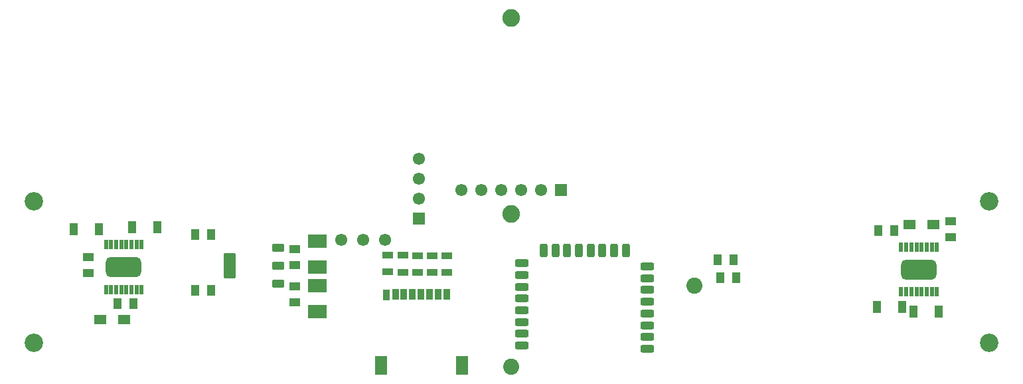
<source format=gbs>
G04*
G04 #@! TF.GenerationSoftware,Altium Limited,Altium Designer,21.3.2 (30)*
G04*
G04 Layer_Color=16711935*
%FSLAX43Y43*%
%MOMM*%
G71*
G04*
G04 #@! TF.SameCoordinates,FC902942-77D8-4BC3-8EBF-9AFE0F54990F*
G04*
G04*
G04 #@! TF.FilePolarity,Negative*
G04*
G01*
G75*
%ADD40R,1.118X1.575*%
%ADD41R,1.321X1.067*%
%ADD50R,1.321X0.940*%
%ADD52R,1.067X1.321*%
%ADD60C,1.551*%
%ADD61C,2.051*%
%ADD62C,2.251*%
%ADD63C,2.351*%
%ADD64C,2.351*%
%ADD65C,0.751*%
%ADD66R,1.551X1.551*%
%ADD67R,1.551X1.551*%
G04:AMPARAMS|DCode=90|XSize=0.951mm|YSize=1.751mm|CornerRadius=0.25mm|HoleSize=0mm|Usage=FLASHONLY|Rotation=270.000|XOffset=0mm|YOffset=0mm|HoleType=Round|Shape=RoundedRectangle|*
%AMROUNDEDRECTD90*
21,1,0.951,1.250,0,0,270.0*
21,1,0.450,1.751,0,0,270.0*
1,1,0.501,-0.625,-0.225*
1,1,0.501,-0.625,0.225*
1,1,0.501,0.625,0.225*
1,1,0.501,0.625,-0.225*
%
%ADD90ROUNDEDRECTD90*%
G04:AMPARAMS|DCode=91|XSize=0.951mm|YSize=1.751mm|CornerRadius=0.25mm|HoleSize=0mm|Usage=FLASHONLY|Rotation=0.000|XOffset=0mm|YOffset=0mm|HoleType=Round|Shape=RoundedRectangle|*
%AMROUNDEDRECTD91*
21,1,0.951,1.250,0,0,0.0*
21,1,0.450,1.751,0,0,0.0*
1,1,0.501,0.225,-0.625*
1,1,0.501,-0.225,-0.625*
1,1,0.501,-0.225,0.625*
1,1,0.501,0.225,0.625*
%
%ADD91ROUNDEDRECTD91*%
%ADD92R,1.551X2.451*%
%ADD93R,0.851X1.351*%
G04:AMPARAMS|DCode=94|XSize=0.951mm|YSize=1.501mm|CornerRadius=0.075mm|HoleSize=0mm|Usage=FLASHONLY|Rotation=90.000|XOffset=0mm|YOffset=0mm|HoleType=Round|Shape=RoundedRectangle|*
%AMROUNDEDRECTD94*
21,1,0.951,1.351,0,0,90.0*
21,1,0.801,1.501,0,0,90.0*
1,1,0.150,0.676,0.401*
1,1,0.150,0.676,-0.401*
1,1,0.150,-0.676,-0.401*
1,1,0.150,-0.676,0.401*
%
%ADD94ROUNDEDRECTD94*%
G04:AMPARAMS|DCode=95|XSize=3.201mm|YSize=1.501mm|CornerRadius=0.076mm|HoleSize=0mm|Usage=FLASHONLY|Rotation=90.000|XOffset=0mm|YOffset=0mm|HoleType=Round|Shape=RoundedRectangle|*
%AMROUNDEDRECTD95*
21,1,3.201,1.349,0,0,90.0*
21,1,3.049,1.501,0,0,90.0*
1,1,0.152,0.674,1.524*
1,1,0.152,0.674,-1.524*
1,1,0.152,-0.674,-1.524*
1,1,0.152,-0.674,1.524*
%
%ADD95ROUNDEDRECTD95*%
G04:AMPARAMS|DCode=96|XSize=2.551mm|YSize=4.551mm|CornerRadius=0.65mm|HoleSize=0mm|Usage=FLASHONLY|Rotation=90.000|XOffset=0mm|YOffset=0mm|HoleType=Round|Shape=RoundedRectangle|*
%AMROUNDEDRECTD96*
21,1,2.551,3.250,0,0,90.0*
21,1,1.250,4.551,0,0,90.0*
1,1,1.301,1.625,0.625*
1,1,1.301,1.625,-0.625*
1,1,1.301,-1.625,-0.625*
1,1,1.301,-1.625,0.625*
%
%ADD96ROUNDEDRECTD96*%
G04:AMPARAMS|DCode=97|XSize=0.451mm|YSize=1.251mm|CornerRadius=0.075mm|HoleSize=0mm|Usage=FLASHONLY|Rotation=0.000|XOffset=0mm|YOffset=0mm|HoleType=Round|Shape=RoundedRectangle|*
%AMROUNDEDRECTD97*
21,1,0.451,1.100,0,0,0.0*
21,1,0.300,1.251,0,0,0.0*
1,1,0.151,0.150,-0.550*
1,1,0.151,-0.150,-0.550*
1,1,0.151,-0.150,0.550*
1,1,0.151,0.150,0.550*
%
%ADD97ROUNDEDRECTD97*%
%ADD98R,2.337X1.676*%
%ADD99R,1.626X1.270*%
D40*
X5850Y68000D02*
D03*
X2598D02*
D03*
X108300Y58050D02*
D03*
X105048D02*
D03*
X10050Y68200D02*
D03*
X13302D02*
D03*
X112950Y57500D02*
D03*
X109698D02*
D03*
D41*
X114450Y66950D02*
D03*
Y68982D02*
D03*
X30800Y63418D02*
D03*
Y65450D02*
D03*
X30850Y60700D02*
D03*
Y58668D02*
D03*
X4500Y64400D02*
D03*
Y62368D02*
D03*
D50*
X44576Y64679D02*
D03*
Y62521D02*
D03*
X42696Y64712D02*
D03*
Y62553D02*
D03*
X50215Y64630D02*
D03*
Y62471D02*
D03*
X48335Y64630D02*
D03*
Y62471D02*
D03*
X46456Y64630D02*
D03*
Y62471D02*
D03*
D52*
X84768Y64050D02*
D03*
X86800D02*
D03*
X87100Y61800D02*
D03*
X85068D02*
D03*
X20100Y60200D02*
D03*
X18068D02*
D03*
X18150Y67300D02*
D03*
X20182D02*
D03*
X107250Y67800D02*
D03*
X105218D02*
D03*
X8200Y58500D02*
D03*
X10232D02*
D03*
D60*
X42350Y66600D02*
D03*
X36750D02*
D03*
X39550D02*
D03*
X46650Y76990D02*
D03*
Y74450D02*
D03*
Y71910D02*
D03*
X62230Y73000D02*
D03*
X59690D02*
D03*
X57150D02*
D03*
X54610D02*
D03*
X52070D02*
D03*
D61*
X81750Y60750D02*
D03*
X58400Y50450D02*
D03*
D62*
X58450Y94950D02*
D03*
Y69950D02*
D03*
D63*
X119400Y71500D02*
D03*
Y53500D02*
D03*
D64*
X-2500D02*
D03*
Y71500D02*
D03*
D65*
X109028Y63485D02*
D03*
Y62215D02*
D03*
X110425Y63485D02*
D03*
Y62215D02*
D03*
X111949Y63485D02*
D03*
Y62342D02*
D03*
X10397Y62515D02*
D03*
Y63785D02*
D03*
X9000Y62515D02*
D03*
Y63785D02*
D03*
X7476Y62515D02*
D03*
Y63658D02*
D03*
D66*
X46650Y69370D02*
D03*
D67*
X64770Y73000D02*
D03*
D90*
X59800Y63650D02*
D03*
Y62150D02*
D03*
Y60650D02*
D03*
Y59150D02*
D03*
Y57650D02*
D03*
Y56150D02*
D03*
Y54650D02*
D03*
Y53150D02*
D03*
X75800Y54250D02*
D03*
Y55750D02*
D03*
Y57250D02*
D03*
Y58750D02*
D03*
Y60250D02*
D03*
Y61750D02*
D03*
Y63250D02*
D03*
Y52750D02*
D03*
D91*
X62550Y65250D02*
D03*
X64050D02*
D03*
X65550D02*
D03*
X67050D02*
D03*
X68550D02*
D03*
X70050D02*
D03*
X71550D02*
D03*
X73050D02*
D03*
D92*
X52110Y50650D02*
D03*
X41850D02*
D03*
D93*
X50237Y59650D02*
D03*
X48037D02*
D03*
X49137D02*
D03*
X46937D02*
D03*
X45837D02*
D03*
X44737D02*
D03*
X43637D02*
D03*
X42530Y59636D02*
D03*
D94*
X28675Y65600D02*
D03*
Y63300D02*
D03*
Y61000D02*
D03*
D95*
X22525Y63300D02*
D03*
D96*
X110425Y62850D02*
D03*
X9000Y63150D02*
D03*
D97*
X112700Y60000D02*
D03*
X112050D02*
D03*
X111400D02*
D03*
X110750D02*
D03*
X110100D02*
D03*
X109450D02*
D03*
X108800D02*
D03*
X108150D02*
D03*
X112700Y65700D02*
D03*
X112050D02*
D03*
X111400D02*
D03*
X110750D02*
D03*
X110100D02*
D03*
X109450D02*
D03*
X108800D02*
D03*
X108150D02*
D03*
X6725Y66000D02*
D03*
X7375D02*
D03*
X8025D02*
D03*
X9975D02*
D03*
X10625D02*
D03*
X11275D02*
D03*
X6725Y60300D02*
D03*
X7375D02*
D03*
X8025D02*
D03*
X8675D02*
D03*
X9325D02*
D03*
X9975D02*
D03*
X10625D02*
D03*
X11275D02*
D03*
X9325Y66000D02*
D03*
X8675D02*
D03*
D98*
X33650Y63148D02*
D03*
Y66450D02*
D03*
X33700Y60752D02*
D03*
Y57450D02*
D03*
D99*
X109202Y68550D02*
D03*
X112250D02*
D03*
X9048Y56450D02*
D03*
X6000D02*
D03*
M02*

</source>
